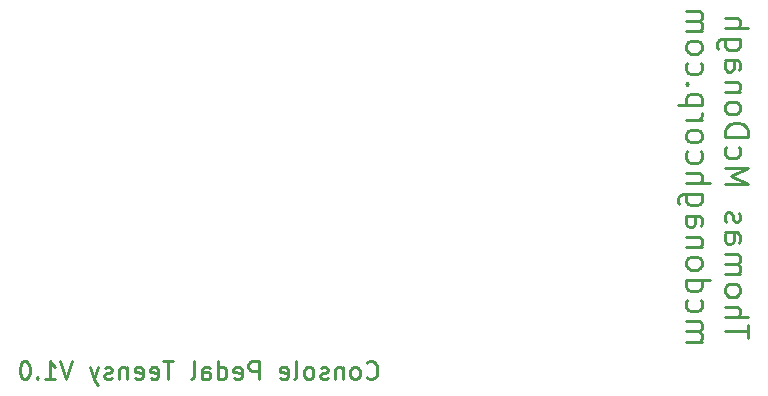
<source format=gbr>
G04 #@! TF.GenerationSoftware,KiCad,Pcbnew,(5.1.7)-1*
G04 #@! TF.CreationDate,2021-02-11T20:15:45-06:00*
G04 #@! TF.ProjectId,ConsolePedalTeensy,436f6e73-6f6c-4655-9065-64616c546565,rev?*
G04 #@! TF.SameCoordinates,Original*
G04 #@! TF.FileFunction,Legend,Bot*
G04 #@! TF.FilePolarity,Positive*
%FSLAX46Y46*%
G04 Gerber Fmt 4.6, Leading zero omitted, Abs format (unit mm)*
G04 Created by KiCad (PCBNEW (5.1.7)-1) date 2021-02-11 20:15:45*
%MOMM*%
%LPD*%
G01*
G04 APERTURE LIST*
%ADD10C,0.250000*%
G04 APERTURE END LIST*
D10*
X146294285Y-121820714D02*
X146365714Y-121892142D01*
X146580000Y-121963571D01*
X146722857Y-121963571D01*
X146937142Y-121892142D01*
X147080000Y-121749285D01*
X147151428Y-121606428D01*
X147222857Y-121320714D01*
X147222857Y-121106428D01*
X147151428Y-120820714D01*
X147080000Y-120677857D01*
X146937142Y-120535000D01*
X146722857Y-120463571D01*
X146580000Y-120463571D01*
X146365714Y-120535000D01*
X146294285Y-120606428D01*
X145437142Y-121963571D02*
X145580000Y-121892142D01*
X145651428Y-121820714D01*
X145722857Y-121677857D01*
X145722857Y-121249285D01*
X145651428Y-121106428D01*
X145580000Y-121035000D01*
X145437142Y-120963571D01*
X145222857Y-120963571D01*
X145080000Y-121035000D01*
X145008571Y-121106428D01*
X144937142Y-121249285D01*
X144937142Y-121677857D01*
X145008571Y-121820714D01*
X145080000Y-121892142D01*
X145222857Y-121963571D01*
X145437142Y-121963571D01*
X144294285Y-120963571D02*
X144294285Y-121963571D01*
X144294285Y-121106428D02*
X144222857Y-121035000D01*
X144080000Y-120963571D01*
X143865714Y-120963571D01*
X143722857Y-121035000D01*
X143651428Y-121177857D01*
X143651428Y-121963571D01*
X143008571Y-121892142D02*
X142865714Y-121963571D01*
X142580000Y-121963571D01*
X142437142Y-121892142D01*
X142365714Y-121749285D01*
X142365714Y-121677857D01*
X142437142Y-121535000D01*
X142580000Y-121463571D01*
X142794285Y-121463571D01*
X142937142Y-121392142D01*
X143008571Y-121249285D01*
X143008571Y-121177857D01*
X142937142Y-121035000D01*
X142794285Y-120963571D01*
X142580000Y-120963571D01*
X142437142Y-121035000D01*
X141508571Y-121963571D02*
X141651428Y-121892142D01*
X141722857Y-121820714D01*
X141794285Y-121677857D01*
X141794285Y-121249285D01*
X141722857Y-121106428D01*
X141651428Y-121035000D01*
X141508571Y-120963571D01*
X141294285Y-120963571D01*
X141151428Y-121035000D01*
X141080000Y-121106428D01*
X141008571Y-121249285D01*
X141008571Y-121677857D01*
X141080000Y-121820714D01*
X141151428Y-121892142D01*
X141294285Y-121963571D01*
X141508571Y-121963571D01*
X140151428Y-121963571D02*
X140294285Y-121892142D01*
X140365714Y-121749285D01*
X140365714Y-120463571D01*
X139008571Y-121892142D02*
X139151428Y-121963571D01*
X139437142Y-121963571D01*
X139580000Y-121892142D01*
X139651428Y-121749285D01*
X139651428Y-121177857D01*
X139580000Y-121035000D01*
X139437142Y-120963571D01*
X139151428Y-120963571D01*
X139008571Y-121035000D01*
X138937142Y-121177857D01*
X138937142Y-121320714D01*
X139651428Y-121463571D01*
X137151428Y-121963571D02*
X137151428Y-120463571D01*
X136580000Y-120463571D01*
X136437142Y-120535000D01*
X136365714Y-120606428D01*
X136294285Y-120749285D01*
X136294285Y-120963571D01*
X136365714Y-121106428D01*
X136437142Y-121177857D01*
X136580000Y-121249285D01*
X137151428Y-121249285D01*
X135080000Y-121892142D02*
X135222857Y-121963571D01*
X135508571Y-121963571D01*
X135651428Y-121892142D01*
X135722857Y-121749285D01*
X135722857Y-121177857D01*
X135651428Y-121035000D01*
X135508571Y-120963571D01*
X135222857Y-120963571D01*
X135080000Y-121035000D01*
X135008571Y-121177857D01*
X135008571Y-121320714D01*
X135722857Y-121463571D01*
X133722857Y-121963571D02*
X133722857Y-120463571D01*
X133722857Y-121892142D02*
X133865714Y-121963571D01*
X134151428Y-121963571D01*
X134294285Y-121892142D01*
X134365714Y-121820714D01*
X134437142Y-121677857D01*
X134437142Y-121249285D01*
X134365714Y-121106428D01*
X134294285Y-121035000D01*
X134151428Y-120963571D01*
X133865714Y-120963571D01*
X133722857Y-121035000D01*
X132365714Y-121963571D02*
X132365714Y-121177857D01*
X132437142Y-121035000D01*
X132580000Y-120963571D01*
X132865714Y-120963571D01*
X133008571Y-121035000D01*
X132365714Y-121892142D02*
X132508571Y-121963571D01*
X132865714Y-121963571D01*
X133008571Y-121892142D01*
X133080000Y-121749285D01*
X133080000Y-121606428D01*
X133008571Y-121463571D01*
X132865714Y-121392142D01*
X132508571Y-121392142D01*
X132365714Y-121320714D01*
X131437142Y-121963571D02*
X131580000Y-121892142D01*
X131651428Y-121749285D01*
X131651428Y-120463571D01*
X129937142Y-120463571D02*
X129080000Y-120463571D01*
X129508571Y-121963571D02*
X129508571Y-120463571D01*
X128008571Y-121892142D02*
X128151428Y-121963571D01*
X128437142Y-121963571D01*
X128580000Y-121892142D01*
X128651428Y-121749285D01*
X128651428Y-121177857D01*
X128580000Y-121035000D01*
X128437142Y-120963571D01*
X128151428Y-120963571D01*
X128008571Y-121035000D01*
X127937142Y-121177857D01*
X127937142Y-121320714D01*
X128651428Y-121463571D01*
X126722857Y-121892142D02*
X126865714Y-121963571D01*
X127151428Y-121963571D01*
X127294285Y-121892142D01*
X127365714Y-121749285D01*
X127365714Y-121177857D01*
X127294285Y-121035000D01*
X127151428Y-120963571D01*
X126865714Y-120963571D01*
X126722857Y-121035000D01*
X126651428Y-121177857D01*
X126651428Y-121320714D01*
X127365714Y-121463571D01*
X126008571Y-120963571D02*
X126008571Y-121963571D01*
X126008571Y-121106428D02*
X125937142Y-121035000D01*
X125794285Y-120963571D01*
X125580000Y-120963571D01*
X125437142Y-121035000D01*
X125365714Y-121177857D01*
X125365714Y-121963571D01*
X124722857Y-121892142D02*
X124580000Y-121963571D01*
X124294285Y-121963571D01*
X124151428Y-121892142D01*
X124080000Y-121749285D01*
X124080000Y-121677857D01*
X124151428Y-121535000D01*
X124294285Y-121463571D01*
X124508571Y-121463571D01*
X124651428Y-121392142D01*
X124722857Y-121249285D01*
X124722857Y-121177857D01*
X124651428Y-121035000D01*
X124508571Y-120963571D01*
X124294285Y-120963571D01*
X124151428Y-121035000D01*
X123580000Y-120963571D02*
X123222857Y-121963571D01*
X122865714Y-120963571D02*
X123222857Y-121963571D01*
X123365714Y-122320714D01*
X123437142Y-122392142D01*
X123580000Y-122463571D01*
X121365714Y-120463571D02*
X120865714Y-121963571D01*
X120365714Y-120463571D01*
X119080000Y-121963571D02*
X119937142Y-121963571D01*
X119508571Y-121963571D02*
X119508571Y-120463571D01*
X119651428Y-120677857D01*
X119794285Y-120820714D01*
X119937142Y-120892142D01*
X118437142Y-121820714D02*
X118365714Y-121892142D01*
X118437142Y-121963571D01*
X118508571Y-121892142D01*
X118437142Y-121820714D01*
X118437142Y-121963571D01*
X117437142Y-120463571D02*
X117294285Y-120463571D01*
X117151428Y-120535000D01*
X117080000Y-120606428D01*
X117008571Y-120749285D01*
X116937142Y-121035000D01*
X116937142Y-121392142D01*
X117008571Y-121677857D01*
X117080000Y-121820714D01*
X117151428Y-121892142D01*
X117294285Y-121963571D01*
X117437142Y-121963571D01*
X117580000Y-121892142D01*
X117651428Y-121820714D01*
X117722857Y-121677857D01*
X117794285Y-121392142D01*
X117794285Y-121035000D01*
X117722857Y-120749285D01*
X117651428Y-120606428D01*
X117580000Y-120535000D01*
X117437142Y-120463571D01*
X178615238Y-118489285D02*
X178615238Y-117346428D01*
X176615238Y-117917857D02*
X178615238Y-117917857D01*
X176615238Y-116679761D02*
X178615238Y-116679761D01*
X176615238Y-115822619D02*
X177662857Y-115822619D01*
X177853333Y-115917857D01*
X177948571Y-116108333D01*
X177948571Y-116394047D01*
X177853333Y-116584523D01*
X177758095Y-116679761D01*
X176615238Y-114584523D02*
X176710476Y-114775000D01*
X176805714Y-114870238D01*
X176996190Y-114965476D01*
X177567619Y-114965476D01*
X177758095Y-114870238D01*
X177853333Y-114775000D01*
X177948571Y-114584523D01*
X177948571Y-114298809D01*
X177853333Y-114108333D01*
X177758095Y-114013095D01*
X177567619Y-113917857D01*
X176996190Y-113917857D01*
X176805714Y-114013095D01*
X176710476Y-114108333D01*
X176615238Y-114298809D01*
X176615238Y-114584523D01*
X176615238Y-113060714D02*
X177948571Y-113060714D01*
X177758095Y-113060714D02*
X177853333Y-112965476D01*
X177948571Y-112775000D01*
X177948571Y-112489285D01*
X177853333Y-112298809D01*
X177662857Y-112203571D01*
X176615238Y-112203571D01*
X177662857Y-112203571D02*
X177853333Y-112108333D01*
X177948571Y-111917857D01*
X177948571Y-111632142D01*
X177853333Y-111441666D01*
X177662857Y-111346428D01*
X176615238Y-111346428D01*
X176615238Y-109536904D02*
X177662857Y-109536904D01*
X177853333Y-109632142D01*
X177948571Y-109822619D01*
X177948571Y-110203571D01*
X177853333Y-110394047D01*
X176710476Y-109536904D02*
X176615238Y-109727380D01*
X176615238Y-110203571D01*
X176710476Y-110394047D01*
X176900952Y-110489285D01*
X177091428Y-110489285D01*
X177281904Y-110394047D01*
X177377142Y-110203571D01*
X177377142Y-109727380D01*
X177472380Y-109536904D01*
X176710476Y-108679761D02*
X176615238Y-108489285D01*
X176615238Y-108108333D01*
X176710476Y-107917857D01*
X176900952Y-107822619D01*
X176996190Y-107822619D01*
X177186666Y-107917857D01*
X177281904Y-108108333D01*
X177281904Y-108394047D01*
X177377142Y-108584523D01*
X177567619Y-108679761D01*
X177662857Y-108679761D01*
X177853333Y-108584523D01*
X177948571Y-108394047D01*
X177948571Y-108108333D01*
X177853333Y-107917857D01*
X176615238Y-105441666D02*
X178615238Y-105441666D01*
X177186666Y-104775000D01*
X178615238Y-104108333D01*
X176615238Y-104108333D01*
X176710476Y-102298809D02*
X176615238Y-102489285D01*
X176615238Y-102870238D01*
X176710476Y-103060714D01*
X176805714Y-103155952D01*
X176996190Y-103251190D01*
X177567619Y-103251190D01*
X177758095Y-103155952D01*
X177853333Y-103060714D01*
X177948571Y-102870238D01*
X177948571Y-102489285D01*
X177853333Y-102298809D01*
X176615238Y-101441666D02*
X178615238Y-101441666D01*
X178615238Y-100965476D01*
X178520000Y-100679761D01*
X178329523Y-100489285D01*
X178139047Y-100394047D01*
X177758095Y-100298809D01*
X177472380Y-100298809D01*
X177091428Y-100394047D01*
X176900952Y-100489285D01*
X176710476Y-100679761D01*
X176615238Y-100965476D01*
X176615238Y-101441666D01*
X176615238Y-99155952D02*
X176710476Y-99346428D01*
X176805714Y-99441666D01*
X176996190Y-99536904D01*
X177567619Y-99536904D01*
X177758095Y-99441666D01*
X177853333Y-99346428D01*
X177948571Y-99155952D01*
X177948571Y-98870238D01*
X177853333Y-98679761D01*
X177758095Y-98584523D01*
X177567619Y-98489285D01*
X176996190Y-98489285D01*
X176805714Y-98584523D01*
X176710476Y-98679761D01*
X176615238Y-98870238D01*
X176615238Y-99155952D01*
X177948571Y-97632142D02*
X176615238Y-97632142D01*
X177758095Y-97632142D02*
X177853333Y-97536904D01*
X177948571Y-97346428D01*
X177948571Y-97060714D01*
X177853333Y-96870238D01*
X177662857Y-96775000D01*
X176615238Y-96775000D01*
X176615238Y-94965476D02*
X177662857Y-94965476D01*
X177853333Y-95060714D01*
X177948571Y-95251190D01*
X177948571Y-95632142D01*
X177853333Y-95822619D01*
X176710476Y-94965476D02*
X176615238Y-95155952D01*
X176615238Y-95632142D01*
X176710476Y-95822619D01*
X176900952Y-95917857D01*
X177091428Y-95917857D01*
X177281904Y-95822619D01*
X177377142Y-95632142D01*
X177377142Y-95155952D01*
X177472380Y-94965476D01*
X177948571Y-93155952D02*
X176329523Y-93155952D01*
X176139047Y-93251190D01*
X176043809Y-93346428D01*
X175948571Y-93536904D01*
X175948571Y-93822619D01*
X176043809Y-94013095D01*
X176710476Y-93155952D02*
X176615238Y-93346428D01*
X176615238Y-93727380D01*
X176710476Y-93917857D01*
X176805714Y-94013095D01*
X176996190Y-94108333D01*
X177567619Y-94108333D01*
X177758095Y-94013095D01*
X177853333Y-93917857D01*
X177948571Y-93727380D01*
X177948571Y-93346428D01*
X177853333Y-93155952D01*
X176615238Y-92203571D02*
X178615238Y-92203571D01*
X176615238Y-91346428D02*
X177662857Y-91346428D01*
X177853333Y-91441666D01*
X177948571Y-91632142D01*
X177948571Y-91917857D01*
X177853333Y-92108333D01*
X177758095Y-92203571D01*
X173365238Y-118775000D02*
X174698571Y-118775000D01*
X174508095Y-118775000D02*
X174603333Y-118679761D01*
X174698571Y-118489285D01*
X174698571Y-118203571D01*
X174603333Y-118013095D01*
X174412857Y-117917857D01*
X173365238Y-117917857D01*
X174412857Y-117917857D02*
X174603333Y-117822619D01*
X174698571Y-117632142D01*
X174698571Y-117346428D01*
X174603333Y-117155952D01*
X174412857Y-117060714D01*
X173365238Y-117060714D01*
X173460476Y-115251190D02*
X173365238Y-115441666D01*
X173365238Y-115822619D01*
X173460476Y-116013095D01*
X173555714Y-116108333D01*
X173746190Y-116203571D01*
X174317619Y-116203571D01*
X174508095Y-116108333D01*
X174603333Y-116013095D01*
X174698571Y-115822619D01*
X174698571Y-115441666D01*
X174603333Y-115251190D01*
X173365238Y-113536904D02*
X175365238Y-113536904D01*
X173460476Y-113536904D02*
X173365238Y-113727380D01*
X173365238Y-114108333D01*
X173460476Y-114298809D01*
X173555714Y-114394047D01*
X173746190Y-114489285D01*
X174317619Y-114489285D01*
X174508095Y-114394047D01*
X174603333Y-114298809D01*
X174698571Y-114108333D01*
X174698571Y-113727380D01*
X174603333Y-113536904D01*
X173365238Y-112298809D02*
X173460476Y-112489285D01*
X173555714Y-112584523D01*
X173746190Y-112679761D01*
X174317619Y-112679761D01*
X174508095Y-112584523D01*
X174603333Y-112489285D01*
X174698571Y-112298809D01*
X174698571Y-112013095D01*
X174603333Y-111822619D01*
X174508095Y-111727380D01*
X174317619Y-111632142D01*
X173746190Y-111632142D01*
X173555714Y-111727380D01*
X173460476Y-111822619D01*
X173365238Y-112013095D01*
X173365238Y-112298809D01*
X174698571Y-110775000D02*
X173365238Y-110775000D01*
X174508095Y-110775000D02*
X174603333Y-110679761D01*
X174698571Y-110489285D01*
X174698571Y-110203571D01*
X174603333Y-110013095D01*
X174412857Y-109917857D01*
X173365238Y-109917857D01*
X173365238Y-108108333D02*
X174412857Y-108108333D01*
X174603333Y-108203571D01*
X174698571Y-108394047D01*
X174698571Y-108775000D01*
X174603333Y-108965476D01*
X173460476Y-108108333D02*
X173365238Y-108298809D01*
X173365238Y-108775000D01*
X173460476Y-108965476D01*
X173650952Y-109060714D01*
X173841428Y-109060714D01*
X174031904Y-108965476D01*
X174127142Y-108775000D01*
X174127142Y-108298809D01*
X174222380Y-108108333D01*
X174698571Y-106298809D02*
X173079523Y-106298809D01*
X172889047Y-106394047D01*
X172793809Y-106489285D01*
X172698571Y-106679761D01*
X172698571Y-106965476D01*
X172793809Y-107155952D01*
X173460476Y-106298809D02*
X173365238Y-106489285D01*
X173365238Y-106870238D01*
X173460476Y-107060714D01*
X173555714Y-107155952D01*
X173746190Y-107251190D01*
X174317619Y-107251190D01*
X174508095Y-107155952D01*
X174603333Y-107060714D01*
X174698571Y-106870238D01*
X174698571Y-106489285D01*
X174603333Y-106298809D01*
X173365238Y-105346428D02*
X175365238Y-105346428D01*
X173365238Y-104489285D02*
X174412857Y-104489285D01*
X174603333Y-104584523D01*
X174698571Y-104775000D01*
X174698571Y-105060714D01*
X174603333Y-105251190D01*
X174508095Y-105346428D01*
X173460476Y-102679761D02*
X173365238Y-102870238D01*
X173365238Y-103251190D01*
X173460476Y-103441666D01*
X173555714Y-103536904D01*
X173746190Y-103632142D01*
X174317619Y-103632142D01*
X174508095Y-103536904D01*
X174603333Y-103441666D01*
X174698571Y-103251190D01*
X174698571Y-102870238D01*
X174603333Y-102679761D01*
X173365238Y-101536904D02*
X173460476Y-101727380D01*
X173555714Y-101822619D01*
X173746190Y-101917857D01*
X174317619Y-101917857D01*
X174508095Y-101822619D01*
X174603333Y-101727380D01*
X174698571Y-101536904D01*
X174698571Y-101251190D01*
X174603333Y-101060714D01*
X174508095Y-100965476D01*
X174317619Y-100870238D01*
X173746190Y-100870238D01*
X173555714Y-100965476D01*
X173460476Y-101060714D01*
X173365238Y-101251190D01*
X173365238Y-101536904D01*
X173365238Y-100013095D02*
X174698571Y-100013095D01*
X174317619Y-100013095D02*
X174508095Y-99917857D01*
X174603333Y-99822619D01*
X174698571Y-99632142D01*
X174698571Y-99441666D01*
X174698571Y-98775000D02*
X172698571Y-98775000D01*
X174603333Y-98775000D02*
X174698571Y-98584523D01*
X174698571Y-98203571D01*
X174603333Y-98013095D01*
X174508095Y-97917857D01*
X174317619Y-97822619D01*
X173746190Y-97822619D01*
X173555714Y-97917857D01*
X173460476Y-98013095D01*
X173365238Y-98203571D01*
X173365238Y-98584523D01*
X173460476Y-98775000D01*
X173555714Y-96965476D02*
X173460476Y-96870238D01*
X173365238Y-96965476D01*
X173460476Y-97060714D01*
X173555714Y-96965476D01*
X173365238Y-96965476D01*
X173460476Y-95155952D02*
X173365238Y-95346428D01*
X173365238Y-95727380D01*
X173460476Y-95917857D01*
X173555714Y-96013095D01*
X173746190Y-96108333D01*
X174317619Y-96108333D01*
X174508095Y-96013095D01*
X174603333Y-95917857D01*
X174698571Y-95727380D01*
X174698571Y-95346428D01*
X174603333Y-95155952D01*
X173365238Y-94013095D02*
X173460476Y-94203571D01*
X173555714Y-94298809D01*
X173746190Y-94394047D01*
X174317619Y-94394047D01*
X174508095Y-94298809D01*
X174603333Y-94203571D01*
X174698571Y-94013095D01*
X174698571Y-93727380D01*
X174603333Y-93536904D01*
X174508095Y-93441666D01*
X174317619Y-93346428D01*
X173746190Y-93346428D01*
X173555714Y-93441666D01*
X173460476Y-93536904D01*
X173365238Y-93727380D01*
X173365238Y-94013095D01*
X173365238Y-92489285D02*
X174698571Y-92489285D01*
X174508095Y-92489285D02*
X174603333Y-92394047D01*
X174698571Y-92203571D01*
X174698571Y-91917857D01*
X174603333Y-91727380D01*
X174412857Y-91632142D01*
X173365238Y-91632142D01*
X174412857Y-91632142D02*
X174603333Y-91536904D01*
X174698571Y-91346428D01*
X174698571Y-91060714D01*
X174603333Y-90870238D01*
X174412857Y-90775000D01*
X173365238Y-90775000D01*
M02*

</source>
